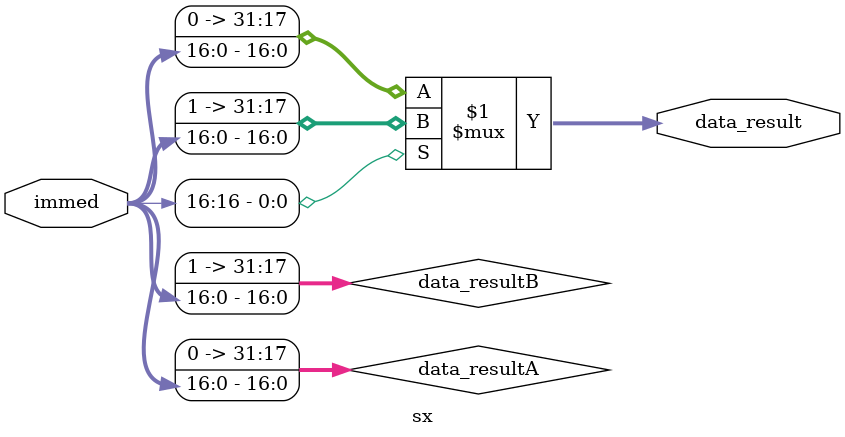
<source format=v>
module sx(data_result, immed);
input[16:0] immed;
output [31:0] data_result;
wire [31:0]data_resultA, data_resultB;

assign data_resultA = {15'h0000, immed[16:0]};
assign data_resultB = {15'h7fff, immed[16:0]};

assign data_result = immed[16]?data_resultB:data_resultA;


endmodule
</source>
